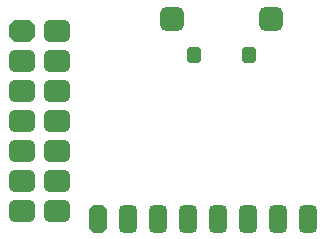
<source format=gbr>
%TF.GenerationSoftware,Altium Limited,Altium Designer,21.2.2 (38)*%
G04 Layer_Color=16711935*
%FSLAX45Y45*%
%MOMM*%
%TF.SameCoordinates,9B882A86-BDC0-4CB1-B03D-B9E00FC7DE04*%
%TF.FilePolarity,Negative*%
%TF.FileFunction,Soldermask,Bot*%
%TF.Part,Single*%
G01*
G75*
%TA.AperFunction,SMDPad,CuDef*%
G04:AMPARAMS|DCode=49|XSize=1.55mm|YSize=2.35mm|CornerRadius=0.425mm|HoleSize=0mm|Usage=FLASHONLY|Rotation=0.000|XOffset=0mm|YOffset=0mm|HoleType=Round|Shape=RoundedRectangle|*
%AMROUNDEDRECTD49*
21,1,1.55000,1.50000,0,0,0.0*
21,1,0.70000,2.35000,0,0,0.0*
1,1,0.85000,0.35000,-0.75000*
1,1,0.85000,-0.35000,-0.75000*
1,1,0.85000,-0.35000,0.75000*
1,1,0.85000,0.35000,0.75000*
%
%ADD49ROUNDEDRECTD49*%
G04:AMPARAMS|DCode=50|XSize=1.55mm|YSize=2.35mm|CornerRadius=0mm|HoleSize=0mm|Usage=FLASHONLY|Rotation=0.000|XOffset=0mm|YOffset=0mm|HoleType=Round|Shape=Octagon|*
%AMOCTAGOND50*
4,1,8,-0.38750,1.17500,0.38750,1.17500,0.77500,0.78750,0.77500,-0.78750,0.38750,-1.17500,-0.38750,-1.17500,-0.77500,-0.78750,-0.77500,0.78750,-0.38750,1.17500,0.0*
%
%ADD50OCTAGOND50*%

%TA.AperFunction,ComponentPad*%
G04:AMPARAMS|DCode=51|XSize=2.05mm|YSize=2.05mm|CornerRadius=0.55mm|HoleSize=0mm|Usage=FLASHONLY|Rotation=180.000|XOffset=0mm|YOffset=0mm|HoleType=Round|Shape=RoundedRectangle|*
%AMROUNDEDRECTD51*
21,1,2.05000,0.95000,0,0,180.0*
21,1,0.95000,2.05000,0,0,180.0*
1,1,1.10000,-0.47500,0.47500*
1,1,1.10000,0.47500,0.47500*
1,1,1.10000,0.47500,-0.47500*
1,1,1.10000,-0.47500,-0.47500*
%
%ADD51ROUNDEDRECTD51*%
G04:AMPARAMS|DCode=52|XSize=1.25mm|YSize=1.35mm|CornerRadius=0.35mm|HoleSize=0mm|Usage=FLASHONLY|Rotation=180.000|XOffset=0mm|YOffset=0mm|HoleType=Round|Shape=RoundedRectangle|*
%AMROUNDEDRECTD52*
21,1,1.25000,0.65000,0,0,180.0*
21,1,0.55000,1.35000,0,0,180.0*
1,1,0.70000,-0.27500,0.32500*
1,1,0.70000,0.27500,0.32500*
1,1,0.70000,0.27500,-0.32500*
1,1,0.70000,-0.27500,-0.32500*
%
%ADD52ROUNDEDRECTD52*%
G04:AMPARAMS|DCode=53|XSize=1.85mm|YSize=2.25mm|CornerRadius=0mm|HoleSize=0mm|Usage=FLASHONLY|Rotation=270.000|XOffset=0mm|YOffset=0mm|HoleType=Round|Shape=Octagon|*
%AMOCTAGOND53*
4,1,8,1.12500,0.46250,1.12500,-0.46250,0.66250,-0.92500,-0.66250,-0.92500,-1.12500,-0.46250,-1.12500,0.46250,-0.66250,0.92500,0.66250,0.92500,1.12500,0.46250,0.0*
%
%ADD53OCTAGOND53*%

G04:AMPARAMS|DCode=54|XSize=1.85mm|YSize=2.25mm|CornerRadius=0.5mm|HoleSize=0mm|Usage=FLASHONLY|Rotation=270.000|XOffset=0mm|YOffset=0mm|HoleType=Round|Shape=RoundedRectangle|*
%AMROUNDEDRECTD54*
21,1,1.85000,1.25001,0,0,270.0*
21,1,0.85000,2.25000,0,0,270.0*
1,1,1.00000,-0.62500,-0.42500*
1,1,1.00000,-0.62500,0.42500*
1,1,1.00000,0.62500,0.42500*
1,1,1.00000,0.62500,-0.42500*
%
%ADD54ROUNDEDRECTD54*%
D49*
X1588000Y170000D02*
D03*
X2604000D02*
D03*
X1842000D02*
D03*
X2096000D02*
D03*
X1080000D02*
D03*
X2350000D02*
D03*
X1334000D02*
D03*
D50*
X826000D02*
D03*
D51*
X2285000Y1860000D02*
D03*
X1450000D02*
D03*
D52*
X2097500Y1560000D02*
D03*
X1637500D02*
D03*
D53*
X180000Y1760000D02*
D03*
D54*
Y1506000D02*
D03*
Y1252000D02*
D03*
Y998000D02*
D03*
Y744000D02*
D03*
Y490000D02*
D03*
Y236000D02*
D03*
X474000Y1760000D02*
D03*
Y1506000D02*
D03*
Y1252000D02*
D03*
Y998000D02*
D03*
Y744000D02*
D03*
Y490000D02*
D03*
Y236000D02*
D03*
%TF.MD5,4d037484c50d2bf55d50a94bdc8b7d33*%
M02*

</source>
